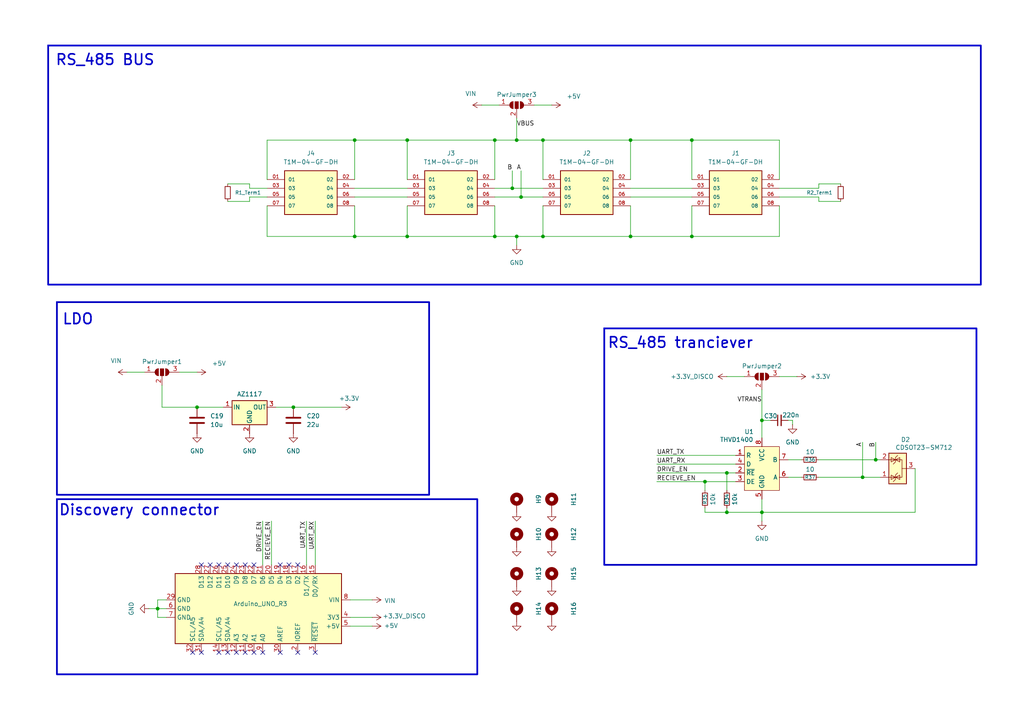
<source format=kicad_sch>
(kicad_sch (version 20250114) (generator "eeschema") (generator_version "9.0")
  (paper "A4")
  (lib_symbols
    (symbol "Custom_symbol:THVD1520"
      (property "Reference" "U" (at 4.318 2.54 0))
      (symbol "THVD1520_1_1"
        (rectangle (start -3.81 1.27) (end 6.35 -11.43) (fill (type color) (color 255 255 194 1)))
        (pin free line (at -6.35 -1.27 0) (length 2.54) (name "R") (number "1"))
        (pin free line (at -6.35 -3.81 0) (length 2.54) (name "D") (number "4"))
        (pin free line (at -6.35 -6.35 0) (length 2.54) (name "~{RE}") (number "2"))
        (pin free line (at -6.35 -8.89 0) (length 2.54) (name "DE") (number "3"))
        (pin free line (at 1.27 3.81 270) (length 2.54) (name "VCC") (number "8"))
        (pin free line (at 1.27 -13.97 90) (length 2.54) (name "GND") (number "5"))
        (pin free line (at 8.89 -2.54 180) (length 2.54) (name "B") (number "7"))
        (pin free line (at 8.89 -7.62 180) (length 2.54) (name "A") (number "6"))
      )
    )
    (symbol "Device:C" (pin_numbers (hide yes)) (pin_names (offset 0.254))
      (property "Reference" "C" (at 0.635 2.54 0))
      (property "Value" "C" (at 0.635 -2.54 0))
      (symbol "C_0_1"
        (polyline (pts (xy -2.032 0.762) (xy 2.032 0.762)) (stroke (width 0.508)))
        (polyline (pts (xy -2.032 -0.762) (xy 2.032 -0.762)) (stroke (width 0.508)))
      )
      (symbol "C_1_1"
        (pin passive line (at 0 3.81 270) (length 2.794) (name "~") (number "1"))
        (pin passive line (at 0 -3.81 90) (length 2.794) (name "~") (number "2"))
      )
    )
    (symbol "Device:C_Small" (pin_numbers (hide yes)) (pin_names (offset 0.254) (hide yes))
      (property "Reference" "C" (at 0.254 1.778 0))
      (property "Value" "C_Small" (at 0.254 -2.032 0))
      (symbol "C_Small_0_1"
        (polyline (pts (xy -1.524 0.508) (xy 1.524 0.508)) (stroke (width 0.3048)))
        (polyline (pts (xy -1.524 -0.508) (xy 1.524 -0.508)) (stroke (width 0.3302)))
      )
      (symbol "C_Small_1_1"
        (pin passive line (at 0 2.54 270) (length 2.032) (name "~") (number "1"))
        (pin passive line (at 0 -2.54 90) (length 2.032) (name "~") (number "2"))
      )
    )
    (symbol "Device:R_Small" (pin_numbers (hide yes)) (pin_names (offset 0.254) (hide yes))
      (property "Reference" "R" (at 0 0 90))
      (property "Value" "R_Small" (at 1.778 0 90))
      (symbol "R_Small_0_1"
        (rectangle (start -0.762 1.778) (end 0.762 -1.778) (stroke (width 0.2032)))
      )
      (symbol "R_Small_1_1"
        (pin passive line (at 0 2.54 270) (length 0.762) (name "~") (number "1"))
        (pin passive line (at 0 -2.54 90) (length 0.762) (name "~") (number "2"))
      )
    )
    (symbol "GND_3" (power) (pin_numbers (hide yes)) (pin_names (offset 0) (hide yes))
      (property "Value" "GND" (at 0 -3.81 0))
      (symbol "GND_3_0_1"
        (polyline (pts (xy 0 0) (xy 0 -1.27) (xy 1.27 -1.27) (xy 0 -2.54) (xy -1.27 -1.27) (xy 0 -1.27)))
      )
      (symbol "GND_3_1_1"
        (pin power_in line (at 0 0 270) (length 0) (name "~") (number "1"))
      )
    )
    (symbol "Jumper:SolderJumper_3_Open" (pin_names (offset 0) (hide yes)) (in_bom no)
      (property "Reference" "JP" (at -2.54 -2.54 0))
      (property "Value" "SolderJumper_3_Open" (at 0 2.794 0))
      (symbol "SolderJumper_3_Open_0_1"
        (polyline (pts (xy -2.54 0) (xy -2.032 0)))
        (polyline (pts (xy -1.016 1.016) (xy -1.016 -1.016)))
        (arc (start -1.016 -1.016) (mid -2.0276 0) (end -1.016 1.016))
        (arc (start -1.016 -1.016) (mid -2.0276 0) (end -1.016 1.016) (fill (type outline)))
        (rectangle (start -0.508 1.016) (end 0.508 -1.016) (fill (type outline)))
        (polyline (pts (xy 0 -1.27) (xy 0 -1.016)))
        (arc (start 1.016 1.016) (mid 2.0276 0) (end 1.016 -1.016))
        (arc (start 1.016 1.016) (mid 2.0276 0) (end 1.016 -1.016) (fill (type outline)))
        (polyline (pts (xy 1.016 1.016) (xy 1.016 -1.016)))
        (polyline (pts (xy 2.54 0) (xy 2.032 0)))
      )
      (symbol "SolderJumper_3_Open_1_1"
        (pin passive line (at -5.08 0 0) (length 2.54) (name "A") (number "1"))
        (pin passive line (at 0 -3.81 90) (length 2.54) (name "C") (number "2"))
        (pin passive line (at 5.08 0 180) (length 2.54) (name "B") (number "3"))
      )
    )
    (symbol "MCU_Module:Arduino_UNO_R3"
      (property "Reference" "A" (at -10.16 23.495 0))
      (property "Value" "Arduino_UNO_R3" (at 5.08 -26.67 0))
      (symbol "Arduino_UNO_R3_0_1"
        (rectangle (start -10.16 22.86) (end 10.16 -25.4) (stroke (width 0.254)) (fill (type background)))
      )
      (symbol "Arduino_UNO_R3_1_1"
        (pin bidirectional line (at -12.7 15.24 0) (length 2.54) (name "D0/RX") (number "15"))
        (pin bidirectional line (at -12.7 12.7 0) (length 2.54) (name "D1/TX") (number "16"))
        (pin bidirectional line (at -12.7 10.16 0) (length 2.54) (name "D2") (number "17"))
        (pin bidirectional line (at -12.7 7.62 0) (length 2.54) (name "D3") (number "18"))
        (pin bidirectional line (at -12.7 5.08 0) (length 2.54) (name "D4") (number "19"))
        (pin bidirectional line (at -12.7 2.54 0) (length 2.54) (name "D5") (number "20"))
        (pin bidirectional line (at -12.7 0 0) (length 2.54) (name "D6") (number "21"))
        (pin bidirectional line (at -12.7 -2.54 0) (length 2.54) (name "D7") (number "22"))
        (pin bidirectional line (at -12.7 -5.08 0) (length 2.54) (name "D8") (number "23"))
        (pin bidirectional line (at -12.7 -7.62 0) (length 2.54) (name "D9") (number "24"))
        (pin bidirectional line (at -12.7 -10.16 0) (length 2.54) (name "D10") (number "25"))
        (pin bidirectional line (at -12.7 -12.7 0) (length 2.54) (name "D11") (number "26"))
        (pin bidirectional line (at -12.7 -15.24 0) (length 2.54) (name "D12") (number "27"))
        (pin bidirectional line (at -12.7 -17.78 0) (length 2.54) (name "D13") (number "28"))
        (pin no_connect line (at -10.16 -20.32 0) (length 2.54) (hide yes) (name "NC") (number "1"))
        (pin power_in line (at -2.54 25.4 270) (length 2.54) (name "VIN") (number "8"))
        (pin power_in line (at -2.54 -27.94 90) (length 2.54) (name "GND") (number "29"))
        (pin power_in line (at 0 -27.94 90) (length 2.54) (name "GND") (number "6"))
        (pin power_out line (at 2.54 25.4 270) (length 2.54) (name "3V3") (number "4"))
        (pin power_in line (at 2.54 -27.94 90) (length 2.54) (name "GND") (number "7"))
        (pin power_out line (at 5.08 25.4 270) (length 2.54) (name "+5V") (number "5"))
        (pin input line (at 12.7 15.24 180) (length 2.54) (name "~{RESET}") (number "3"))
        (pin output line (at 12.7 10.16 180) (length 2.54) (name "IOREF") (number "2"))
        (pin input line (at 12.7 5.08 180) (length 2.54) (name "AREF") (number "30"))
        (pin bidirectional line (at 12.7 0 180) (length 2.54) (name "A0") (number "9"))
        (pin bidirectional line (at 12.7 -2.54 180) (length 2.54) (name "A1") (number "10"))
        (pin bidirectional line (at 12.7 -5.08 180) (length 2.54) (name "A2") (number "11"))
        (pin bidirectional line (at 12.7 -7.62 180) (length 2.54) (name "A3") (number "12"))
        (pin bidirectional line (at 12.7 -10.16 180) (length 2.54) (name "SDA/A4") (number "13"))
        (pin bidirectional line (at 12.7 -12.7 180) (length 2.54) (name "SCL/A5") (number "14"))
        (pin bidirectional line (at 12.7 -17.78 180) (length 2.54) (name "SDA/A4") (number "31"))
        (pin bidirectional line (at 12.7 -20.32 180) (length 2.54) (name "SCL/A5") (number "32"))
      )
    )
    (symbol "Mechanical:MountingHole_Pad" (pin_numbers (hide yes)) (pin_names (offset 1.016) (hide yes)) (exclude_from_sim yes) (in_bom no)
      (property "Reference" "H" (at 0 6.35 0))
      (property "Value" "MountingHole_Pad" (at 0 4.445 0))
      (symbol "MountingHole_Pad_0_1"
        (circle (center 0 1.27) (radius 1.27) (stroke (width 1.27)))
      )
      (symbol "MountingHole_Pad_1_1"
        (pin input line (at 0 -2.54 90) (length 2.54) (name "1") (number "1"))
      )
    )
    (symbol "Power_Protection:NUP2105L" (pin_names (hide yes))
      (property "Reference" "D" (at 5.715 2.54 0))
      (property "Value" "NUP2105L" (at 5.715 0.635 0))
      (symbol "NUP2105L_0_0"
        (pin passive line (at 0 -5.08 90) (length 2.54) (name "A") (number "3"))
      )
      (symbol "NUP2105L_0_1"
        (rectangle (start -4.445 2.54) (end 4.445 -2.54) (stroke (width 0.254)) (fill (type background)))
        (polyline (pts (xy -3.81 1.27) (xy -3.175 0.635) (xy -1.905 0.635) (xy -1.27 0)))
        (polyline (pts (xy -2.54 2.54) (xy -2.54 0.635)))
        (polyline (pts (xy -2.54 0.635) (xy -2.54 -1.27) (xy 2.54 -1.27) (xy 2.54 0.635)))
        (polyline (pts (xy -2.54 0.635) (xy -1.905 -0.635) (xy -3.175 -0.635) (xy -2.54 0.635)))
        (polyline (pts (xy -2.54 0.635) (xy -3.175 1.905) (xy -1.905 1.905) (xy -2.54 0.635) (xy -2.54 1.27)))
        (polyline (pts (xy 0 -1.27) (xy 0 -2.54)))
        (polyline (pts (xy 1.27 1.27) (xy 1.905 0.635) (xy 2.54 0.635) (xy 3.175 0.635) (xy 3.81 0)))
        (polyline (pts (xy 2.54 2.54) (xy 2.54 0.635)))
        (polyline (pts (xy 2.54 0.635) (xy 1.905 -0.635) (xy 3.175 -0.635) (xy 2.54 0.635)))
        (polyline (pts (xy 2.54 0.635) (xy 3.175 1.905) (xy 1.905 1.905) (xy 2.54 0.635)))
      )
      (symbol "NUP2105L_1_1"
        (pin passive line (at -2.54 5.08 270) (length 2.54) (name "K") (number "1"))
        (pin passive line (at 2.54 5.08 270) (length 2.54) (name "K") (number "2"))
      )
    )
    (symbol "Regulator_Switching:R-78B5.0-2.0" (pin_names (offset 0.254))
      (property "Reference" "U" (at -3.81 3.175 0))
      (property "Value" "R-78B5.0-2.0" (at 0 3.175 0))
      (symbol "R-78B5.0-2.0_0_1"
        (rectangle (start -5.08 1.905) (end 5.08 -5.08) (stroke (width 0.254)) (fill (type background)))
      )
      (symbol "R-78B5.0-2.0_1_1"
        (pin power_in line (at -7.62 0 0) (length 2.54) (name "IN") (number "1"))
        (pin power_in line (at 0 -7.62 90) (length 2.54) (name "GND") (number "2"))
        (pin power_out line (at 7.62 0 180) (length 2.54) (name "OUT") (number "3"))
      )
    )
    (symbol "Samtec:T1M-04-GF-DH" (pin_names (offset 1.016))
      (property "Reference" "J" (at -8.12 6.196 0))
      (property "Value" "T1M-04-GF-DH" (at -7.62 -10.16 0))
      (symbol "T1M-04-GF-DH_0_0"
        (rectangle (start -7.62 -7.62) (end 7.62 5.08) (stroke (width 0.254)) (fill (type background)))
        (pin passive line (at -12.7 2.54 0) (length 5.08) (name "01") (number "01"))
        (pin passive line (at -12.7 0 0) (length 5.08) (name "03") (number "03"))
        (pin passive line (at -12.7 -2.54 0) (length 5.08) (name "05") (number "05"))
        (pin passive line (at -12.7 -5.08 0) (length 5.08) (name "07") (number "07"))
        (pin passive line (at 12.7 2.54 180) (length 5.08) (name "02") (number "02"))
        (pin passive line (at 12.7 0 180) (length 5.08) (name "04") (number "04"))
        (pin passive line (at 12.7 -2.54 180) (length 5.08) (name "06") (number "06"))
        (pin passive line (at 12.7 -5.08 180) (length 5.08) (name "08") (number "08"))
      )
    )
    (symbol "power:+3.3V" (power) (pin_numbers (hide yes)) (pin_names (offset 0) (hide yes))
      (property "Value" "+3.3V" (at 0 3.556 0))
      (symbol "+3.3V_0_1"
        (polyline (pts (xy -0.762 1.27) (xy 0 2.54)))
        (polyline (pts (xy 0 2.54) (xy 0.762 1.27)))
        (polyline (pts (xy 0 0) (xy 0 2.54)))
      )
      (symbol "+3.3V_1_1"
        (pin power_in line (at 0 0 90) (length 0) (name "~") (number "1"))
      )
    )
    (symbol "power:GND" (power) (pin_numbers (hide yes)) (pin_names (offset 0) (hide yes))
      (property "Value" "GND" (at 0 -3.81 0))
      (symbol "GND_0_1"
        (polyline (pts (xy 0 0) (xy 0 -1.27) (xy 1.27 -1.27) (xy 0 -2.54) (xy -1.27 -1.27) (xy 0 -1.27)))
      )
      (symbol "GND_1_1"
        (pin power_in line (at 0 0 270) (length 0) (name "~") (number "1"))
      )
    )
  )
  (rectangle (start 13.97 13.208) (end 284.48 82.55) (stroke (width 0.508)))
  (rectangle (start 175.26 95.25) (end 283.21 163.83) (stroke (width 0.508)))
  (rectangle (start 16.51 144.78) (end 138.43 195.58) (stroke (width 0.508)))
  (rectangle (start 16.51 87.63) (end 124.46 143.51) (stroke (width 0.508)))
  (text "RS_485 tranciever" (at 197.358 99.568 0) (effects (font (size 3.048 3.048) (thickness 0.4572) (bold yes))))
  (text "LDO" (at 22.606 92.71 0) (effects (font (size 3.048 3.048) (thickness 0.4572) (bold yes))))
  (text "Discovery connector" (at 40.386 148.082 0) (effects (font (size 3.048 3.048) (thickness 0.4572) (bold yes))))
  (text "RS_485 BUS" (at 30.48 17.526 0) (effects (font (size 3.048 3.048) (thickness 0.4572) (bold yes))))
  (junction (at 157.48 68.58))
  (junction (at 182.88 68.58))
  (junction (at 151.13 57.15))
  (junction (at 210.82 148.59))
  (junction (at 85.09 118.11))
  (junction (at 143.51 40.64))
  (junction (at 220.98 121.92))
  (junction (at 148.59 54.61))
  (junction (at 102.87 40.64))
  (junction (at 182.88 40.64))
  (junction (at 220.98 148.59))
  (junction (at 254 133.35))
  (junction (at 200.66 68.58))
  (junction (at 102.87 68.58))
  (junction (at 149.86 40.64))
  (junction (at 57.15 118.11))
  (junction (at 157.48 40.64))
  (junction (at 149.86 68.58))
  (junction (at 204.47 139.7))
  (junction (at 143.51 68.58))
  (junction (at 210.82 137.16))
  (junction (at 200.66 40.64))
  (junction (at 250.19 138.43))
  (junction (at 118.11 40.64))
  (junction (at 118.11 68.58))
  (junction (at 45.72 176.53))
  (no_connect (at 91.44 189.23))
  (no_connect (at 73.66 163.83))
  (no_connect (at 63.5 189.23))
  (no_connect (at 71.12 163.83))
  (no_connect (at 73.66 189.23))
  (no_connect (at 81.28 163.83))
  (no_connect (at 60.96 163.83))
  (no_connect (at 86.36 163.83))
  (no_connect (at 58.42 163.83))
  (no_connect (at 68.58 189.23))
  (no_connect (at 76.2 189.23))
  (no_connect (at 86.36 189.23))
  (no_connect (at 66.04 163.83))
  (no_connect (at 58.42 189.23))
  (no_connect (at 55.88 189.23))
  (no_connect (at 83.82 163.83))
  (no_connect (at 68.58 163.83))
  (no_connect (at 63.5 163.83))
  (no_connect (at 81.28 189.23))
  (no_connect (at 71.12 189.23))
  (no_connect (at 66.04 189.23))
  (wire (pts (xy 228.6 138.43) (xy 232.41 138.43)))
  (wire (pts (xy 226.06 109.22) (xy 231.14 109.22)))
  (wire (pts (xy 223.52 121.92) (xy 220.98 121.92)))
  (wire (pts (xy 226.06 59.69) (xy 226.06 68.58)))
  (wire (pts (xy 78.74 151.13) (xy 78.74 163.83)))
  (wire (pts (xy 182.88 57.15) (xy 200.66 57.15)))
  (wire (pts (xy 102.87 59.69) (xy 102.87 68.58)))
  (wire (pts (xy 157.48 68.58) (xy 149.86 68.58)))
  (wire (pts (xy 148.59 49.53) (xy 148.59 54.61)))
  (wire (pts (xy 57.15 118.11) (xy 64.77 118.11)))
  (wire (pts (xy 210.82 137.16) (xy 210.82 142.24)))
  (wire (pts (xy 190.5 134.62) (xy 213.36 134.62)))
  (wire (pts (xy 107.95 179.07) (xy 101.6 179.07)))
  (wire (pts (xy 210.82 148.59) (xy 220.98 148.59)))
  (wire (pts (xy 139.7 30.48) (xy 144.78 30.48)))
  (wire (pts (xy 46.99 111.76) (xy 46.99 118.11)))
  (wire (pts (xy 151.13 57.15) (xy 157.48 57.15)))
  (wire (pts (xy 72.39 58.42) (xy 66.04 58.42)))
  (wire (pts (xy 220.98 151.13) (xy 220.98 148.59)))
  (wire (pts (xy 148.59 54.61) (xy 157.48 54.61)))
  (wire (pts (xy 76.2 151.13) (xy 76.2 163.83)))
  (wire (pts (xy 143.51 54.61) (xy 148.59 54.61)))
  (wire (pts (xy 265.43 148.59) (xy 220.98 148.59)))
  (wire (pts (xy 36.83 107.95) (xy 41.91 107.95)))
  (wire (pts (xy 157.48 40.64) (xy 149.86 40.64)))
  (wire (pts (xy 45.72 173.99) (xy 45.72 176.53)))
  (wire (pts (xy 226.06 68.58) (xy 200.66 68.58)))
  (wire (pts (xy 118.11 40.64) (xy 143.51 40.64)))
  (wire (pts (xy 149.86 68.58) (xy 143.51 68.58)))
  (wire (pts (xy 46.99 118.11) (xy 57.15 118.11)))
  (wire (pts (xy 204.47 139.7) (xy 204.47 142.24)))
  (wire (pts (xy 107.95 181.61) (xy 101.6 181.61)))
  (wire (pts (xy 118.11 52.07) (xy 118.11 40.64)))
  (wire (pts (xy 229.87 123.19) (xy 229.87 121.92)))
  (wire (pts (xy 118.11 59.69) (xy 118.11 68.58)))
  (wire (pts (xy 237.49 53.34) (xy 237.49 54.61)))
  (wire (pts (xy 102.87 54.61) (xy 118.11 54.61)))
  (wire (pts (xy 102.87 68.58) (xy 77.47 68.58)))
  (wire (pts (xy 85.09 118.11) (xy 99.06 118.11)))
  (wire (pts (xy 200.66 40.64) (xy 200.66 52.07)))
  (wire (pts (xy 72.39 53.34) (xy 72.39 54.61)))
  (wire (pts (xy 182.88 59.69) (xy 182.88 68.58)))
  (wire (pts (xy 237.49 58.42) (xy 237.49 57.15)))
  (wire (pts (xy 190.5 132.08) (xy 213.36 132.08)))
  (wire (pts (xy 204.47 139.7) (xy 213.36 139.7)))
  (wire (pts (xy 149.86 40.64) (xy 143.51 40.64)))
  (wire (pts (xy 254 133.35) (xy 255.27 133.35)))
  (wire (pts (xy 107.95 173.99) (xy 101.6 173.99)))
  (wire (pts (xy 77.47 40.64) (xy 102.87 40.64)))
  (wire (pts (xy 237.49 57.15) (xy 226.06 57.15)))
  (wire (pts (xy 72.39 58.42) (xy 72.39 57.15)))
  (wire (pts (xy 229.87 121.92) (xy 228.6 121.92)))
  (wire (pts (xy 200.66 59.69) (xy 200.66 68.58)))
  (wire (pts (xy 143.51 40.64) (xy 143.51 52.07)))
  (wire (pts (xy 143.51 57.15) (xy 151.13 57.15)))
  (wire (pts (xy 182.88 68.58) (xy 157.48 68.58)))
  (wire (pts (xy 48.26 176.53) (xy 45.72 176.53)))
  (wire (pts (xy 149.86 68.58) (xy 149.86 71.12)))
  (wire (pts (xy 118.11 68.58) (xy 102.87 68.58)))
  (wire (pts (xy 77.47 68.58) (xy 77.47 59.69)))
  (wire (pts (xy 88.9 151.13) (xy 88.9 163.83)))
  (wire (pts (xy 250.19 128.27) (xy 250.19 138.43)))
  (wire (pts (xy 210.82 147.32) (xy 210.82 148.59)))
  (wire (pts (xy 143.51 68.58) (xy 118.11 68.58)))
  (wire (pts (xy 237.49 58.42) (xy 243.84 58.42)))
  (wire (pts (xy 220.98 148.59) (xy 220.98 144.78)))
  (wire (pts (xy 52.07 107.95) (xy 57.15 107.95)))
  (wire (pts (xy 102.87 57.15) (xy 118.11 57.15)))
  (wire (pts (xy 157.48 59.69) (xy 157.48 68.58)))
  (wire (pts (xy 182.88 54.61) (xy 200.66 54.61)))
  (wire (pts (xy 48.26 173.99) (xy 45.72 173.99)))
  (wire (pts (xy 182.88 40.64) (xy 182.88 52.07)))
  (wire (pts (xy 48.26 179.07) (xy 45.72 179.07)))
  (wire (pts (xy 157.48 40.64) (xy 157.48 52.07)))
  (wire (pts (xy 102.87 40.64) (xy 118.11 40.64)))
  (wire (pts (xy 45.72 179.07) (xy 45.72 176.53)))
  (wire (pts (xy 265.43 135.89) (xy 265.43 148.59)))
  (wire (pts (xy 190.5 139.7) (xy 204.47 139.7)))
  (wire (pts (xy 190.5 137.16) (xy 210.82 137.16)))
  (wire (pts (xy 210.82 137.16) (xy 213.36 137.16)))
  (wire (pts (xy 77.47 40.64) (xy 77.47 52.07)))
  (wire (pts (xy 204.47 148.59) (xy 210.82 148.59)))
  (wire (pts (xy 220.98 121.92) (xy 220.98 127)))
  (wire (pts (xy 200.66 68.58) (xy 182.88 68.58)))
  (wire (pts (xy 72.39 54.61) (xy 77.47 54.61)))
  (wire (pts (xy 210.82 109.22) (xy 215.9 109.22)))
  (wire (pts (xy 72.39 53.34) (xy 66.04 53.34)))
  (wire (pts (xy 149.86 34.29) (xy 149.86 40.64)))
  (wire (pts (xy 143.51 59.69) (xy 143.51 68.58)))
  (wire (pts (xy 200.66 40.64) (xy 182.88 40.64)))
  (wire (pts (xy 250.19 138.43) (xy 255.27 138.43)))
  (wire (pts (xy 182.88 40.64) (xy 157.48 40.64)))
  (wire (pts (xy 91.44 151.13) (xy 91.44 163.83)))
  (wire (pts (xy 45.72 176.53) (xy 43.18 176.53)))
  (wire (pts (xy 220.98 113.03) (xy 220.98 121.92)))
  (wire (pts (xy 72.39 57.15) (xy 77.47 57.15)))
  (wire (pts (xy 237.49 133.35) (xy 254 133.35)))
  (wire (pts (xy 237.49 138.43) (xy 250.19 138.43)))
  (wire (pts (xy 226.06 54.61) (xy 237.49 54.61)))
  (wire (pts (xy 204.47 147.32) (xy 204.47 148.59)))
  (wire (pts (xy 102.87 40.64) (xy 102.87 52.07)))
  (wire (pts (xy 200.66 40.64) (xy 226.06 40.64)))
  (wire (pts (xy 226.06 52.07) (xy 226.06 40.64)))
  (wire (pts (xy 80.01 118.11) (xy 85.09 118.11)))
  (wire (pts (xy 151.13 49.53) (xy 151.13 57.15)))
  (wire (pts (xy 154.94 30.48) (xy 160.02 30.48)))
  (wire (pts (xy 237.49 53.34) (xy 243.84 53.34)))
  (wire (pts (xy 228.6 133.35) (xy 232.41 133.35)))
  (wire (pts (xy 254 128.27) (xy 254 133.35)))
  (label "RECIEVE_EN" (at 190.5 139.7 0))
  (label "A" (at 151.13 49.53 180))
  (label "A" (at 250.19 128.27 270))
  (label "VBUS" (at 149.86 36.83 0))
  (label "VTRANS" (at 220.98 116.84 180))
  (label "DRIVE_EN" (at 76.2 151.13 270))
  (label "DRIVE_EN" (at 190.5 137.16 0))
  (label "UART_TX" (at 88.9 151.13 270))
  (label "UART_RX" (at 190.5 134.62 0))
  (label "RECIEVE_EN" (at 78.74 151.13 270))
  (label "UART_TX" (at 190.5 132.08 0))
  (label "B" (at 148.59 49.53 180))
  (label "B" (at 254 128.27 270))
  (label "UART_RX" (at 91.44 151.13 270))
  (symbol (lib_id "power:+3.3V") (at 231.14 109.22 270) (unit 1)
    (property "Reference" "#PWR031" (effects (hide yes)))
    (property "Value" "+3.3V" (at 234.95 109.2199 90) (effects (justify left)))
    (property "Description" "Power symbol creates a global label with name \"+3.3V\"" (effects (hide yes)))
  )
  (symbol (lib_name "GND_3") (lib_id "power:GND") (at 72.39 125.73 0) (unit 1)
    (property "Reference" "#PWR034" (effects (hide yes)))
    (property "Value" "GND" (at 72.39 130.81 0))
    (property "Description" "Power symbol creates a global label with name \"GND\" , ground" (effects (hide yes)))
  )
  (symbol (lib_id "power:GND") (at 160.02 158.75 0) (unit 1)
    (property "Reference" "#PWR044" (effects (hide yes)))
    (property "Value" "GND" (effects (hide yes)))
    (property "Description" "Power symbol creates a global label with name \"GND\" , ground" (effects (hide yes)))
  )
  (symbol (lib_id "power:GND") (at 229.87 123.19 0) (unit 1)
    (property "Reference" "#PWR060" (effects (hide yes)))
    (property "Value" "GND" (at 229.87 128.27 0))
    (property "Description" "Power symbol creates a global label with name \"GND\" , ground" (effects (hide yes)))
  )
  (symbol (lib_id "Device:C_Small") (at 226.06 121.92 90) (unit 1)
    (property "Reference" "C30" (at 223.52 120.65 90))
    (property "Value" "220n" (at 229.362 120.396 90))
    (property "Footprint" "Capacitor_SMD:C_0603_1608Metric" (effects (hide yes)))
    (property "Description" "Unpolarized capacitor, small symbol" (effects (hide yes)))
    (property "MPN" "885012207051" (effects (hide yes)))
  )
  (symbol (lib_id "Samtec:T1M-04-GF-DH") (at 170.18 54.61 0) (unit 1)
    (property "Reference" "J2" (at 170.18 44.45 0))
    (property "Value" "T1M-04-GF-DH" (at 170.18 46.99 0))
    (property "Footprint" "Footprints:SAMTEC_T1M-04-GF-DH" (effects (hide yes)))
    (property "MANUFACTURER" "SAMTEC" (effects (hide yes)))
  )
  (symbol (lib_id "power:GND") (at 57.15 125.73 0) (unit 1)
    (property "Reference" "#PWR033" (effects (hide yes)))
    (property "Value" "GND" (at 57.15 130.81 0))
    (property "Description" "Power symbol creates a global label with name \"GND\" , ground" (effects (hide yes)))
  )
  (symbol (lib_id "Device:C") (at 57.15 121.92 0) (unit 1)
    (property "Reference" "C19" (at 60.96 120.6499 0) (effects (justify left)))
    (property "Value" "10u" (at 60.96 123.1899 0) (effects (justify left)))
    (property "Footprint" "Capacitor_SMD:C_0805_2012Metric_Pad1.18x1.45mm_HandSolder" (effects (hide yes)))
    (property "Description" "Unpolarized capacitor" (effects (hide yes)))
  )
  (symbol (lib_id "Device:R_Small") (at 66.04 55.88 180) (unit 1)
    (property "Reference" "R1_Term1" (at 75.692 55.88 0) (effects (font (size 1.016 1.016)) (justify left)))
    (property "Value" "R_Small" (effects (hide yes)))
    (property "Footprint" "Resistor_SMD:R_0603_1608Metric" (effects (hide yes)))
    (property "Description" "Resistor, small symbol" (effects (hide yes)))
  )
  (symbol (lib_id "power:+3.3V") (at 160.02 30.48 270) (unit 1)
    (property "Reference" "#PWR010" (effects (hide yes)))
    (property "Value" "+5V" (at 164.338 27.94 90) (effects (justify left)))
    (property "Description" "Power symbol creates a global label with name \"+3.3V\"" (effects (hide yes)))
  )
  (symbol (lib_id "power:+3.3V") (at 107.95 181.61 270) (unit 1)
    (property "Reference" "#PWR03" (effects (hide yes)))
    (property "Value" "+5V" (at 111.379 181.483 90) (effects (justify left)))
    (property "Description" "Power symbol creates a global label with name \"+3.3V\"" (effects (hide yes)))
  )
  (symbol (lib_id "power:GND") (at 149.86 170.18 0) (unit 1)
    (property "Reference" "#PWR011" (effects (hide yes)))
    (property "Value" "GND" (effects (hide yes)))
    (property "Description" "Power symbol creates a global label with name \"GND\" , ground" (effects (hide yes)))
  )
  (symbol (lib_id "power:GND") (at 149.86 158.75 0) (unit 1)
    (property "Reference" "#PWR045" (effects (hide yes)))
    (property "Value" "GND" (effects (hide yes)))
    (property "Description" "Power symbol creates a global label with name \"GND\" , ground" (effects (hide yes)))
  )
  (symbol (lib_id "power:+3.3V") (at 57.15 107.95 270) (unit 1)
    (property "Reference" "#PWR07" (effects (hide yes)))
    (property "Value" "+5V" (at 61.468 105.41 90) (effects (justify left)))
    (property "Description" "Power symbol creates a global label with name \"+3.3V\"" (effects (hide yes)))
  )
  (symbol (lib_id "Custom_symbol:THVD1520") (at 219.71 130.81 0) (unit 1)
    (property "Reference" "U1" (at 215.9 125.222 0) (effects (justify left)))
    (property "Value" "THVD1400" (at 208.788 127.508 0) (effects (justify left)))
    (property "Footprint" "Package_SO:SOIC-8_3.9x4.9mm_P1.27mm" (effects (hide yes)))
    (property "Datasheet" "https://www.ti.com/lit/ds/symlink/thvd1400.pdf?ts=1762521914758&ref_url=https%253A%252F%252Fwww.ti.com%252Fproduct%252FTHVD1400" (effects (hide yes)))
    (property "Description" "THVD1520 is a robust half-duplex RS-485 transceiver for industrial application" (effects (hide yes)))
  )
  (symbol (lib_id "power:+3.3V") (at 139.7 30.48 90) (unit 1)
    (property "Reference" "#PWR01" (effects (hide yes)))
    (property "Value" "VIN" (at 138.176 27.178 90) (effects (justify left)))
    (property "Description" "Power symbol creates a global label with name \"+3.3V\"" (effects (hide yes)))
  )
  (symbol (lib_id "Device:R_Small") (at 234.95 133.35 90) (unit 1)
    (property "Reference" "R36" (at 234.95 133.35 90) (effects (font (size 1.016 1.016))))
    (property "Value" "10" (at 234.95 131.064 90))
    (property "Footprint" "Resistor_SMD:R_0603_1608Metric" (effects (hide yes)))
    (property "Datasheet" "https://www.vishay.com/docs/20043/crcwhpe3.pdf" (effects (hide yes)))
    (property "Description" "Resistor, small symbol" (effects (hide yes)))
  )
  (symbol (lib_id "Mechanical:MountingHole_Pad") (at 149.86 167.64 0) (unit 1) (exclude_from_sim yes) (in_bom no)
    (property "Reference" "H13" (at 156.21 166.37 90))
    (property "Value" "MountingHole_Pad" (effects (hide yes)))
    (property "Footprint" "MountingHole:MountingHole_3.2mm_M3_Pad_Via" (effects (hide yes)))
    (property "Description" "Mounting Hole with connection" (effects (hide yes)))
  )
  (symbol (lib_id "power:GND") (at 220.98 151.13 0) (unit 1)
    (property "Reference" "#PWR030" (effects (hide yes)))
    (property "Value" "GND" (at 220.98 156.21 0))
    (property "Description" "Power symbol creates a global label with name \"GND\" , ground" (effects (hide yes)))
  )
  (symbol (lib_id "power:GND") (at 149.86 71.12 0) (unit 1)
    (property "Reference" "#PWR02" (effects (hide yes)))
    (property "Value" "GND" (at 149.86 76.2 0))
    (property "Description" "Power symbol creates a global label with name \"GND\" , ground" (effects (hide yes)))
  )
  (symbol (lib_id "power:GND") (at 149.86 180.34 0) (unit 1)
    (property "Reference" "#PWR012" (effects (hide yes)))
    (property "Value" "GND" (effects (hide yes)))
    (property "Description" "Power symbol creates a global label with name \"GND\" , ground" (effects (hide yes)))
  )
  (symbol (lib_name "GND_3") (lib_id "power:GND") (at 43.18 176.53 270) (unit 1)
    (property "Reference" "#PWR05" (effects (hide yes)))
    (property "Value" "GND" (at 38.1 176.53 0))
    (property "Description" "Power symbol creates a global label with name \"GND\" , ground" (effects (hide yes)))
  )
  (symbol (lib_id "Mechanical:MountingHole_Pad") (at 160.02 177.8 0) (unit 1) (exclude_from_sim yes) (in_bom no)
    (property "Reference" "H16" (at 166.37 176.53 90))
    (property "Value" "MountingHole_Pad" (effects (hide yes)))
    (property "Footprint" "MountingHole:MountingHole_3.2mm_M3_Pad_Via" (effects (hide yes)))
    (property "Description" "Mounting Hole with connection" (effects (hide yes)))
  )
  (symbol (lib_id "power:+3.3V") (at 36.83 107.95 90) (unit 1)
    (property "Reference" "#PWR06" (effects (hide yes)))
    (property "Value" "VIN" (at 35.306 104.648 90) (effects (justify left)))
    (property "Description" "Power symbol creates a global label with name \"+3.3V\"" (effects (hide yes)))
  )
  (symbol (lib_id "power:GND") (at 160.02 170.18 0) (unit 1)
    (property "Reference" "#PWR013" (effects (hide yes)))
    (property "Value" "GND" (effects (hide yes)))
    (property "Description" "Power symbol creates a global label with name \"GND\" , ground" (effects (hide yes)))
  )
  (symbol (lib_id "power:+3.3V") (at 99.06 118.11 270) (unit 1)
    (property "Reference" "#PWR064" (effects (hide yes)))
    (property "Value" "+3.3V" (at 98.298 115.57 90) (effects (justify left)))
    (property "Description" "Power symbol creates a global label with name \"+3.3V\"" (effects (hide yes)))
  )
  (symbol (lib_id "Jumper:SolderJumper_3_Open") (at 149.86 30.48 0) (unit 1) (in_bom no)
    (property "Reference" "PwrJumper3" (at 149.86 27.432 0))
    (property "Value" "SolderJumper_3_Open" (effects (hide yes)))
    (property "Footprint" "Jumper:SolderJumper-3_P1.3mm_Open_RoundedPad1.0x1.5mm_NumberLabels" (effects (hide yes)))
    (property "Description" "Solder Jumper, 3-pole, open" (effects (hide yes)))
  )
  (symbol (lib_id "Power_Protection:NUP2105L") (at 260.35 135.89 90) (unit 1)
    (property "Reference" "D2" (at 262.636 127.508 90))
    (property "Value" "CDSOT23-SM712" (at 267.97 129.794 90))
    (property "Footprint" "Package_TO_SOT_SMD:SOT-23" (effects (hide yes)))
    (property "Datasheet" "https://eu.mouser.com/datasheet/3/40/1/CDSOT23-SM712.pdf" (effects (hide yes)))
    (property "Description" "Dual Line CAN Bus Protector, 24Vrwm" (effects (hide yes)))
  )
  (symbol (lib_id "power:+3.3V") (at 107.95 173.99 270) (unit 1)
    (property "Reference" "#PWR04" (effects (hide yes)))
    (property "Value" "VIN" (at 111.506 174.244 90) (effects (justify left)))
    (property "Description" "Power symbol creates a global label with name \"+3.3V\"" (effects (hide yes)))
  )
  (symbol (lib_id "power:GND") (at 85.09 125.73 0) (unit 1)
    (property "Reference" "#PWR063" (effects (hide yes)))
    (property "Value" "GND" (at 85.09 130.81 0))
    (property "Description" "Power symbol creates a global label with name \"GND\" , ground" (effects (hide yes)))
  )
  (symbol (lib_id "power:GND") (at 160.02 148.59 0) (unit 1)
    (property "Reference" "#PWR040" (effects (hide yes)))
    (property "Value" "GND" (effects (hide yes)))
    (property "Description" "Power symbol creates a global label with name \"GND\" , ground" (effects (hide yes)))
  )
  (symbol (lib_id "Mechanical:MountingHole_Pad") (at 160.02 156.21 0) (unit 1) (exclude_from_sim yes) (in_bom no)
    (property "Reference" "H12" (at 166.37 154.94 90))
    (property "Value" "MountingHole_Pad" (effects (hide yes)))
    (property "Footprint" "MountingHole:MountingHole_3.2mm_M3_Pad_Via" (effects (hide yes)))
    (property "Description" "Mounting Hole with connection" (effects (hide yes)))
  )
  (symbol (lib_id "power:+3.3V") (at 107.95 179.07 270) (unit 1)
    (property "Reference" "#PWR09" (effects (hide yes)))
    (property "Value" "+3.3V_DISCO" (at 117.221 178.689 90))
    (property "Description" "Power symbol creates a global label with name \"+3.3V\"" (effects (hide yes)))
  )
  (symbol (lib_id "Jumper:SolderJumper_3_Open") (at 46.99 107.95 0) (unit 1) (in_bom no)
    (property "Reference" "PwrJumper1" (at 46.99 104.902 0))
    (property "Value" "SolderJumper_3_Open" (effects (hide yes)))
    (property "Footprint" "Jumper:SolderJumper-3_P1.3mm_Open_RoundedPad1.0x1.5mm_NumberLabels" (effects (hide yes)))
    (property "Description" "Solder Jumper, 3-pole, open" (effects (hide yes)))
  )
  (symbol (lib_id "Device:R_Small") (at 204.47 144.78 0) (unit 1)
    (property "Reference" "R35" (at 204.47 144.78 90) (effects (font (size 1.016 1.016))))
    (property "Value" "10k" (at 206.756 144.78 90))
    (property "Footprint" "Resistor_SMD:R_0603_1608Metric" (effects (hide yes)))
    (property "Description" "Resistor, small symbol" (effects (hide yes)))
  )
  (symbol (lib_id "Mechanical:MountingHole_Pad") (at 160.02 146.05 0) (unit 1) (exclude_from_sim yes) (in_bom no)
    (property "Reference" "H11" (at 166.37 144.78 90))
    (property "Value" "MountingHole_Pad" (effects (hide yes)))
    (property "Footprint" "MountingHole:MountingHole_3.2mm_M3_Pad_Via" (effects (hide yes)))
    (property "Description" "Mounting Hole with connection" (effects (hide yes)))
  )
  (symbol (lib_id "Device:R_Small") (at 210.82 144.78 0) (unit 1)
    (property "Reference" "R34" (at 210.82 144.78 90) (effects (font (size 1.016 1.016))))
    (property "Value" "10k" (at 213.106 144.78 90))
    (property "Footprint" "Resistor_SMD:R_0603_1608Metric" (effects (hide yes)))
    (property "Description" "Resistor, small symbol" (effects (hide yes)))
  )
  (symbol (lib_id "power:GND") (at 149.86 148.59 0) (unit 1)
    (property "Reference" "#PWR041" (effects (hide yes)))
    (property "Value" "GND" (effects (hide yes)))
    (property "Description" "Power symbol creates a global label with name \"GND\" , ground" (effects (hide yes)))
  )
  (symbol (lib_id "power:+3.3V") (at 210.82 109.22 90) (unit 1)
    (property "Reference" "#PWR08" (effects (hide yes)))
    (property "Value" "+3.3V_DISCO" (at 207.01 109.2199 90) (effects (justify left)))
    (property "Description" "Power symbol creates a global label with name \"+3.3V\"" (effects (hide yes)))
  )
  (symbol (lib_id "Samtec:T1M-04-GF-DH") (at 213.36 54.61 0) (unit 1)
    (property "Reference" "J1" (at 213.36 44.45 0))
    (property "Value" "T1M-04-GF-DH" (at 213.36 46.99 0))
    (property "Footprint" "Footprints:SAMTEC_T1M-04-GF-DH" (effects (hide yes)))
    (property "MANUFACTURER" "SAMTEC" (effects (hide yes)))
  )
  (symbol (lib_id "Device:C") (at 85.09 121.92 0) (unit 1)
    (property "Reference" "C20" (at 88.9 120.6499 0) (effects (justify left)))
    (property "Value" "22u" (at 88.9 123.1899 0) (effects (justify left)))
    (property "Footprint" "Capacitor_SMD:C_0805_2012Metric_Pad1.18x1.45mm_HandSolder" (effects (hide yes)))
    (property "Description" "Unpolarized capacitor" (effects (hide yes)))
  )
  (symbol (lib_id "Samtec:T1M-04-GF-DH") (at 130.81 54.61 0) (unit 1)
    (property "Reference" "J3" (at 130.81 44.45 0))
    (property "Value" "T1M-04-GF-DH" (at 130.81 46.99 0))
    (property "Footprint" "Footprints:SAMTEC_T1M-04-GF-DH" (effects (hide yes)))
    (property "MANUFACTURER" "SAMTEC" (effects (hide yes)))
  )
  (symbol (lib_id "Mechanical:MountingHole_Pad") (at 149.86 177.8 0) (unit 1) (exclude_from_sim yes) (in_bom no)
    (property "Reference" "H14" (at 156.21 176.53 90))
    (property "Value" "MountingHole_Pad" (effects (hide yes)))
    (property "Footprint" "MountingHole:MountingHole_3.2mm_M3_Pad_Via" (effects (hide yes)))
    (property "Description" "Mounting Hole with connection" (effects (hide yes)))
  )
  (symbol (lib_id "power:GND") (at 160.02 180.34 0) (unit 1)
    (property "Reference" "#PWR014" (effects (hide yes)))
    (property "Value" "GND" (effects (hide yes)))
    (property "Description" "Power symbol creates a global label with name \"GND\" , ground" (effects (hide yes)))
  )
  (symbol (lib_id "Samtec:T1M-04-GF-DH") (at 90.17 54.61 0) (unit 1)
    (property "Reference" "J4" (at 90.17 44.45 0))
    (property "Value" "T1M-04-GF-DH" (at 90.17 46.99 0))
    (property "Footprint" "Footprints:SAMTEC_T1M-04-GF-DH" (effects (hide yes)))
    (property "MANUFACTURER" "SAMTEC" (effects (hide yes)))
  )
  (symbol (lib_id "Regulator_Switching:R-78B5.0-2.0") (at 72.39 118.11 0) (unit 1)
    (property "Reference" "J10" (effects (hide yes)))
    (property "Value" "AZ1117" (at 72.39 114.3 0))
    (property "Footprint" "Package_TO_SOT_SMD:SOT-223" (effects (hide yes)))
    (property "Datasheet" "https://www.recom-power.com/pdf/Innoline/R-78Bxx-2.0.pdf" (effects (hide yes)))
    (property "Description" "2A Step-Down DC/DC-Regulator, 6.5-32V input, 5.0V fixed Output Voltage, LM78xx replacement, -40°C to +85°C, SIP3" (effects (hide yes)))
  )
  (symbol (lib_id "MCU_Module:Arduino_UNO_R3") (at 76.2 176.53 270) (unit 1)
    (property "Reference" "A1" (effects (hide yes)))
    (property "Value" "Arduino_UNO_R3" (at 67.691 175.133 90) (effects (justify left)))
    (property "Footprint" "Module:Arduino_UNO_R3" (effects (hide yes)))
    (property "Datasheet" "https://www.arduino.cc/en/Main/arduinoBoardUno" (effects (hide yes)))
    (property "Description" "Arduino UNO Microcontroller Module, release 3" (effects (hide yes)))
  )
  (symbol (lib_id "Mechanical:MountingHole_Pad") (at 149.86 156.21 0) (unit 1) (exclude_from_sim yes) (in_bom no)
    (property "Reference" "H10" (at 156.21 154.94 90))
    (property "Value" "MountingHole_Pad" (effects (hide yes)))
    (property "Footprint" "MountingHole:MountingHole_3.2mm_M3_Pad_Via" (effects (hide yes)))
    (property "Description" "Mounting Hole with connection" (effects (hide yes)))
  )
  (symbol (lib_id "Mechanical:MountingHole_Pad") (at 160.02 167.64 0) (unit 1) (exclude_from_sim yes) (in_bom no)
    (property "Reference" "H15" (at 166.37 166.37 90))
    (property "Value" "MountingHole_Pad" (effects (hide yes)))
    (property "Footprint" "MountingHole:MountingHole_3.2mm_M3_Pad_Via" (effects (hide yes)))
    (property "Description" "Mounting Hole with connection" (effects (hide yes)))
  )
  (symbol (lib_id "Mechanical:MountingHole_Pad") (at 149.86 146.05 0) (unit 1) (exclude_from_sim yes) (in_bom no)
    (property "Reference" "H9" (at 156.21 144.78 90))
    (property "Value" "MountingHole_Pad" (effects (hide yes)))
    (property "Footprint" "MountingHole:MountingHole_3.2mm_M3_Pad_Via" (effects (hide yes)))
    (property "Description" "Mounting Hole with connection" (effects (hide yes)))
  )
  (symbol (lib_id "Device:R_Small") (at 243.84 55.88 0) (unit 1)
    (property "Reference" "R2_Term1" (at 233.934 55.88 0) (effects (font (size 1.016 1.016)) (justify left)))
    (property "Value" "R_Small" (effects (hide yes)))
    (property "Footprint" "Resistor_SMD:R_0603_1608Metric" (effects (hide yes)))
    (property "Description" "Resistor, small symbol" (effects (hide yes)))
  )
  (symbol (lib_id "Jumper:SolderJumper_3_Open") (at 220.98 109.22 0) (unit 1) (in_bom no)
    (property "Reference" "PwrJumper2" (at 220.98 106.172 0))
    (property "Value" "SolderJumper_3_Open" (effects (hide yes)))
    (property "Footprint" "Jumper:SolderJumper-3_P1.3mm_Open_RoundedPad1.0x1.5mm_NumberLabels" (effects (hide yes)))
    (property "Description" "Solder Jumper, 3-pole, open" (effects (hide yes)))
  )
  (symbol (lib_id "Device:R_Small") (at 234.95 138.43 90) (unit 1)
    (property "Reference" "R37" (at 234.95 138.43 90) (effects (font (size 1.016 1.016))))
    (property "Value" "10" (at 234.95 136.144 90))
    (property "Footprint" "Resistor_SMD:R_0603_1608Metric" (effects (hide yes)))
    (property "Datasheet" "https://www.vishay.com/docs/20043/crcwhpe3.pdf" (effects (hide yes)))
    (property "Description" "Resistor, small symbol" (effects (hide yes)))
  )
)
</source>
